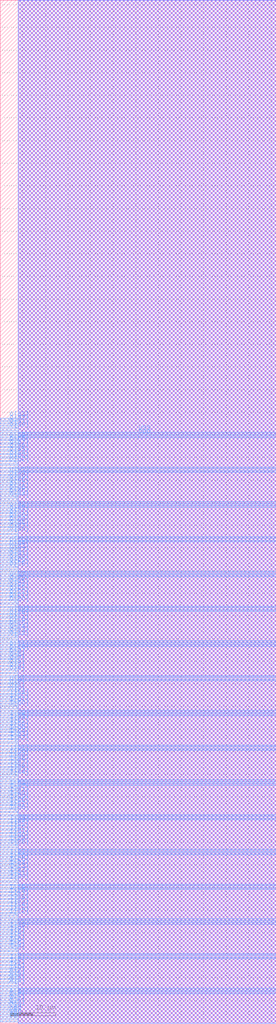
<source format=lef>
VERSION 5.6 ;
BUSBITCHARS "[]" ;
DIVIDERCHAR "/" ;

MACRO SRAM1RW256x64
  CLASS BLOCK ;
  ORIGIN 0 0 ;
  FOREIGN SRAM1RW256x64 0 0 ;
  SIZE 61.088 BY 226.048 ;
  SYMMETRY X Y ;
  SITE coreSite ;
  PIN VDD
    DIRECTION INOUT ;
    USE POWER ;
    PORT 
      LAYER M4 ;
        RECT 0.0 6.528 61.088 6.912 ;
        RECT 0.0 14.208 61.088 14.592 ;
        RECT 0.0 21.888 61.088 22.272 ;
        RECT 0.0 29.568 61.088 29.952 ;
        RECT 0.0 37.248 61.088 37.632 ;
        RECT 0.0 44.928 61.088 45.312 ;
        RECT 0.0 52.608 61.088 52.992 ;
        RECT 0.0 60.288 61.088 60.672 ;
        RECT 0.0 67.968 61.088 68.352 ;
        RECT 0.0 75.648 61.088 76.032 ;
        RECT 0.0 83.328 61.088 83.712 ;
        RECT 0.0 91.008 61.088 91.392 ;
        RECT 0.0 98.688 61.088 99.072 ;
        RECT 0.0 106.368 61.088 106.752 ;
        RECT 0.0 114.048 61.088 114.432 ;
        RECT 0.0 121.728 61.088 122.112 ;
        RECT 0.0 129.408 61.088 129.792 ;
    END 
  END VDD
  PIN VSS
    DIRECTION INOUT ;
    USE GROUND ;
    PORT 
      LAYER M4 ;
        RECT 0.0 7.296 61.088 7.68 ;
        RECT 0.0 14.976 61.088 15.36 ;
        RECT 0.0 22.656 61.088 23.04 ;
        RECT 0.0 30.336 61.088 30.72 ;
        RECT 0.0 38.016 61.088 38.4 ;
        RECT 0.0 45.696 61.088 46.08 ;
        RECT 0.0 53.376 61.088 53.76 ;
        RECT 0.0 61.056 61.088 61.44 ;
        RECT 0.0 68.736 61.088 69.12 ;
        RECT 0.0 76.416 61.088 76.8 ;
        RECT 0.0 84.096 61.088 84.48 ;
        RECT 0.0 91.776 61.088 92.16 ;
        RECT 0.0 99.456 61.088 99.84 ;
        RECT 0.0 107.136 61.088 107.52 ;
        RECT 0.0 114.816 61.088 115.2 ;
        RECT 0.0 122.496 61.088 122.88 ;
        RECT 0.0 130.176 61.088 130.56 ;
    END 
  END VSS
  PIN CE
    DIRECTION INPUT ;
    USE SIGNAL ;
    PORT 
      LAYER M4 ;
        RECT 0.0 0.384 4.0 0.768 ;
    END 
  END CE
  PIN WEB
    DIRECTION INPUT ;
    USE SIGNAL ;
    PORT 
      LAYER M4 ;
        RECT 0.0 1.152 4.0 1.536 ;
    END 
  END WEB
  PIN OEB
    DIRECTION INPUT ;
    USE SIGNAL ;
    PORT 
      LAYER M4 ;
        RECT 0.0 1.92 4.0 2.304 ;
    END 
  END OEB
  PIN CSB
    DIRECTION INPUT ;
    USE SIGNAL ;
    PORT 
      LAYER M4 ;
        RECT 0.0 2.688 4.0 3.072 ;
    END 
  END CSB
  PIN A[0]
    DIRECTION INPUT ;
    USE SIGNAL ;
    PORT 
      LAYER M4 ;
        RECT 0.0 3.456 4.0 3.84 ;
    END 
  END A[0]
  PIN A[1]
    DIRECTION INPUT ;
    USE SIGNAL ;
    PORT 
      LAYER M4 ;
        RECT 0.0 4.224 4.0 4.608 ;
    END 
  END A[1]
  PIN A[2]
    DIRECTION INPUT ;
    USE SIGNAL ;
    PORT 
      LAYER M4 ;
        RECT 0.0 4.992 4.0 5.376 ;
    END 
  END A[2]
  PIN A[3]
    DIRECTION INPUT ;
    USE SIGNAL ;
    PORT 
      LAYER M4 ;
        RECT 0.0 5.76 4.0 6.144 ;
    END 
  END A[3]
  PIN A[4]
    DIRECTION INPUT ;
    USE SIGNAL ;
    PORT 
      LAYER M4 ;
        RECT 0.0 8.064 4.0 8.448 ;
    END 
  END A[4]
  PIN A[5]
    DIRECTION INPUT ;
    USE SIGNAL ;
    PORT 
      LAYER M4 ;
        RECT 0.0 8.832 4.0 9.216 ;
    END 
  END A[5]
  PIN A[6]
    DIRECTION INPUT ;
    USE SIGNAL ;
    PORT 
      LAYER M4 ;
        RECT 0.0 9.6 4.0 9.984 ;
    END 
  END A[6]
  PIN A[7]
    DIRECTION INPUT ;
    USE SIGNAL ;
    PORT 
      LAYER M4 ;
        RECT 0.0 10.368 4.0 10.752 ;
    END 
  END A[7]
  PIN I[0]
    DIRECTION INPUT ;
    USE SIGNAL ;
    PORT 
      LAYER M4 ;
        RECT 0.0 11.136 4.0 11.52 ;
    END 
  END I[0]
  PIN I[1]
    DIRECTION INPUT ;
    USE SIGNAL ;
    PORT 
      LAYER M4 ;
        RECT 0.0 11.904 4.0 12.288 ;
    END 
  END I[1]
  PIN I[2]
    DIRECTION INPUT ;
    USE SIGNAL ;
    PORT 
      LAYER M4 ;
        RECT 0.0 12.672 4.0 13.056 ;
    END 
  END I[2]
  PIN I[3]
    DIRECTION INPUT ;
    USE SIGNAL ;
    PORT 
      LAYER M4 ;
        RECT 0.0 13.44 4.0 13.824 ;
    END 
  END I[3]
  PIN I[4]
    DIRECTION INPUT ;
    USE SIGNAL ;
    PORT 
      LAYER M4 ;
        RECT 0.0 15.744 4.0 16.128 ;
    END 
  END I[4]
  PIN I[5]
    DIRECTION INPUT ;
    USE SIGNAL ;
    PORT 
      LAYER M4 ;
        RECT 0.0 16.512 4.0 16.896 ;
    END 
  END I[5]
  PIN I[6]
    DIRECTION INPUT ;
    USE SIGNAL ;
    PORT 
      LAYER M4 ;
        RECT 0.0 17.28 4.0 17.664 ;
    END 
  END I[6]
  PIN I[7]
    DIRECTION INPUT ;
    USE SIGNAL ;
    PORT 
      LAYER M4 ;
        RECT 0.0 18.048 4.0 18.432 ;
    END 
  END I[7]
  PIN I[8]
    DIRECTION INPUT ;
    USE SIGNAL ;
    PORT 
      LAYER M4 ;
        RECT 0.0 18.816 4.0 19.2 ;
    END 
  END I[8]
  PIN I[9]
    DIRECTION INPUT ;
    USE SIGNAL ;
    PORT 
      LAYER M4 ;
        RECT 0.0 19.584 4.0 19.968 ;
    END 
  END I[9]
  PIN I[10]
    DIRECTION INPUT ;
    USE SIGNAL ;
    PORT 
      LAYER M4 ;
        RECT 0.0 20.352 4.0 20.736 ;
    END 
  END I[10]
  PIN I[11]
    DIRECTION INPUT ;
    USE SIGNAL ;
    PORT 
      LAYER M4 ;
        RECT 0.0 21.12 4.0 21.504 ;
    END 
  END I[11]
  PIN I[12]
    DIRECTION INPUT ;
    USE SIGNAL ;
    PORT 
      LAYER M4 ;
        RECT 0.0 23.424 4.0 23.808 ;
    END 
  END I[12]
  PIN I[13]
    DIRECTION INPUT ;
    USE SIGNAL ;
    PORT 
      LAYER M4 ;
        RECT 0.0 24.192 4.0 24.576 ;
    END 
  END I[13]
  PIN I[14]
    DIRECTION INPUT ;
    USE SIGNAL ;
    PORT 
      LAYER M4 ;
        RECT 0.0 24.96 4.0 25.344 ;
    END 
  END I[14]
  PIN I[15]
    DIRECTION INPUT ;
    USE SIGNAL ;
    PORT 
      LAYER M4 ;
        RECT 0.0 25.728 4.0 26.112 ;
    END 
  END I[15]
  PIN I[16]
    DIRECTION INPUT ;
    USE SIGNAL ;
    PORT 
      LAYER M4 ;
        RECT 0.0 26.496 4.0 26.88 ;
    END 
  END I[16]
  PIN I[17]
    DIRECTION INPUT ;
    USE SIGNAL ;
    PORT 
      LAYER M4 ;
        RECT 0.0 27.264 4.0 27.648 ;
    END 
  END I[17]
  PIN I[18]
    DIRECTION INPUT ;
    USE SIGNAL ;
    PORT 
      LAYER M4 ;
        RECT 0.0 28.032 4.0 28.416 ;
    END 
  END I[18]
  PIN I[19]
    DIRECTION INPUT ;
    USE SIGNAL ;
    PORT 
      LAYER M4 ;
        RECT 0.0 28.8 4.0 29.184 ;
    END 
  END I[19]
  PIN I[20]
    DIRECTION INPUT ;
    USE SIGNAL ;
    PORT 
      LAYER M4 ;
        RECT 0.0 31.104 4.0 31.488 ;
    END 
  END I[20]
  PIN I[21]
    DIRECTION INPUT ;
    USE SIGNAL ;
    PORT 
      LAYER M4 ;
        RECT 0.0 31.872 4.0 32.256 ;
    END 
  END I[21]
  PIN I[22]
    DIRECTION INPUT ;
    USE SIGNAL ;
    PORT 
      LAYER M4 ;
        RECT 0.0 32.64 4.0 33.024 ;
    END 
  END I[22]
  PIN I[23]
    DIRECTION INPUT ;
    USE SIGNAL ;
    PORT 
      LAYER M4 ;
        RECT 0.0 33.408 4.0 33.792 ;
    END 
  END I[23]
  PIN I[24]
    DIRECTION INPUT ;
    USE SIGNAL ;
    PORT 
      LAYER M4 ;
        RECT 0.0 34.176 4.0 34.56 ;
    END 
  END I[24]
  PIN I[25]
    DIRECTION INPUT ;
    USE SIGNAL ;
    PORT 
      LAYER M4 ;
        RECT 0.0 34.944 4.0 35.328 ;
    END 
  END I[25]
  PIN I[26]
    DIRECTION INPUT ;
    USE SIGNAL ;
    PORT 
      LAYER M4 ;
        RECT 0.0 35.712 4.0 36.096 ;
    END 
  END I[26]
  PIN I[27]
    DIRECTION INPUT ;
    USE SIGNAL ;
    PORT 
      LAYER M4 ;
        RECT 0.0 36.48 4.0 36.864 ;
    END 
  END I[27]
  PIN I[28]
    DIRECTION INPUT ;
    USE SIGNAL ;
    PORT 
      LAYER M4 ;
        RECT 0.0 38.784 4.0 39.168 ;
    END 
  END I[28]
  PIN I[29]
    DIRECTION INPUT ;
    USE SIGNAL ;
    PORT 
      LAYER M4 ;
        RECT 0.0 39.552 4.0 39.936 ;
    END 
  END I[29]
  PIN I[30]
    DIRECTION INPUT ;
    USE SIGNAL ;
    PORT 
      LAYER M4 ;
        RECT 0.0 40.32 4.0 40.704 ;
    END 
  END I[30]
  PIN I[31]
    DIRECTION INPUT ;
    USE SIGNAL ;
    PORT 
      LAYER M4 ;
        RECT 0.0 41.088 4.0 41.472 ;
    END 
  END I[31]
  PIN I[32]
    DIRECTION INPUT ;
    USE SIGNAL ;
    PORT 
      LAYER M4 ;
        RECT 0.0 41.856 4.0 42.24 ;
    END 
  END I[32]
  PIN I[33]
    DIRECTION INPUT ;
    USE SIGNAL ;
    PORT 
      LAYER M4 ;
        RECT 0.0 42.624 4.0 43.008 ;
    END 
  END I[33]
  PIN I[34]
    DIRECTION INPUT ;
    USE SIGNAL ;
    PORT 
      LAYER M4 ;
        RECT 0.0 43.392 4.0 43.776 ;
    END 
  END I[34]
  PIN I[35]
    DIRECTION INPUT ;
    USE SIGNAL ;
    PORT 
      LAYER M4 ;
        RECT 0.0 44.16 4.0 44.544 ;
    END 
  END I[35]
  PIN I[36]
    DIRECTION INPUT ;
    USE SIGNAL ;
    PORT 
      LAYER M4 ;
        RECT 0.0 46.464 4.0 46.848 ;
    END 
  END I[36]
  PIN I[37]
    DIRECTION INPUT ;
    USE SIGNAL ;
    PORT 
      LAYER M4 ;
        RECT 0.0 47.232 4.0 47.616 ;
    END 
  END I[37]
  PIN I[38]
    DIRECTION INPUT ;
    USE SIGNAL ;
    PORT 
      LAYER M4 ;
        RECT 0.0 48.0 4.0 48.384 ;
    END 
  END I[38]
  PIN I[39]
    DIRECTION INPUT ;
    USE SIGNAL ;
    PORT 
      LAYER M4 ;
        RECT 0.0 48.768 4.0 49.152 ;
    END 
  END I[39]
  PIN I[40]
    DIRECTION INPUT ;
    USE SIGNAL ;
    PORT 
      LAYER M4 ;
        RECT 0.0 49.536 4.0 49.92 ;
    END 
  END I[40]
  PIN I[41]
    DIRECTION INPUT ;
    USE SIGNAL ;
    PORT 
      LAYER M4 ;
        RECT 0.0 50.304 4.0 50.688 ;
    END 
  END I[41]
  PIN I[42]
    DIRECTION INPUT ;
    USE SIGNAL ;
    PORT 
      LAYER M4 ;
        RECT 0.0 51.072 4.0 51.456 ;
    END 
  END I[42]
  PIN I[43]
    DIRECTION INPUT ;
    USE SIGNAL ;
    PORT 
      LAYER M4 ;
        RECT 0.0 51.84 4.0 52.224 ;
    END 
  END I[43]
  PIN I[44]
    DIRECTION INPUT ;
    USE SIGNAL ;
    PORT 
      LAYER M4 ;
        RECT 0.0 54.144 4.0 54.528 ;
    END 
  END I[44]
  PIN I[45]
    DIRECTION INPUT ;
    USE SIGNAL ;
    PORT 
      LAYER M4 ;
        RECT 0.0 54.912 4.0 55.296 ;
    END 
  END I[45]
  PIN I[46]
    DIRECTION INPUT ;
    USE SIGNAL ;
    PORT 
      LAYER M4 ;
        RECT 0.0 55.68 4.0 56.064 ;
    END 
  END I[46]
  PIN I[47]
    DIRECTION INPUT ;
    USE SIGNAL ;
    PORT 
      LAYER M4 ;
        RECT 0.0 56.448 4.0 56.832 ;
    END 
  END I[47]
  PIN I[48]
    DIRECTION INPUT ;
    USE SIGNAL ;
    PORT 
      LAYER M4 ;
        RECT 0.0 57.216 4.0 57.6 ;
    END 
  END I[48]
  PIN I[49]
    DIRECTION INPUT ;
    USE SIGNAL ;
    PORT 
      LAYER M4 ;
        RECT 0.0 57.984 4.0 58.368 ;
    END 
  END I[49]
  PIN I[50]
    DIRECTION INPUT ;
    USE SIGNAL ;
    PORT 
      LAYER M4 ;
        RECT 0.0 58.752 4.0 59.136 ;
    END 
  END I[50]
  PIN I[51]
    DIRECTION INPUT ;
    USE SIGNAL ;
    PORT 
      LAYER M4 ;
        RECT 0.0 59.52 4.0 59.904 ;
    END 
  END I[51]
  PIN I[52]
    DIRECTION INPUT ;
    USE SIGNAL ;
    PORT 
      LAYER M4 ;
        RECT 0.0 61.824 4.0 62.208 ;
    END 
  END I[52]
  PIN I[53]
    DIRECTION INPUT ;
    USE SIGNAL ;
    PORT 
      LAYER M4 ;
        RECT 0.0 62.592 4.0 62.976 ;
    END 
  END I[53]
  PIN I[54]
    DIRECTION INPUT ;
    USE SIGNAL ;
    PORT 
      LAYER M4 ;
        RECT 0.0 63.36 4.0 63.744 ;
    END 
  END I[54]
  PIN I[55]
    DIRECTION INPUT ;
    USE SIGNAL ;
    PORT 
      LAYER M4 ;
        RECT 0.0 64.128 4.0 64.512 ;
    END 
  END I[55]
  PIN I[56]
    DIRECTION INPUT ;
    USE SIGNAL ;
    PORT 
      LAYER M4 ;
        RECT 0.0 64.896 4.0 65.28 ;
    END 
  END I[56]
  PIN I[57]
    DIRECTION INPUT ;
    USE SIGNAL ;
    PORT 
      LAYER M4 ;
        RECT 0.0 65.664 4.0 66.048 ;
    END 
  END I[57]
  PIN I[58]
    DIRECTION INPUT ;
    USE SIGNAL ;
    PORT 
      LAYER M4 ;
        RECT 0.0 66.432 4.0 66.816 ;
    END 
  END I[58]
  PIN I[59]
    DIRECTION INPUT ;
    USE SIGNAL ;
    PORT 
      LAYER M4 ;
        RECT 0.0 67.2 4.0 67.584 ;
    END 
  END I[59]
  PIN I[60]
    DIRECTION INPUT ;
    USE SIGNAL ;
    PORT 
      LAYER M4 ;
        RECT 0.0 69.504 4.0 69.888 ;
    END 
  END I[60]
  PIN I[61]
    DIRECTION INPUT ;
    USE SIGNAL ;
    PORT 
      LAYER M4 ;
        RECT 0.0 70.272 4.0 70.656 ;
    END 
  END I[61]
  PIN I[62]
    DIRECTION INPUT ;
    USE SIGNAL ;
    PORT 
      LAYER M4 ;
        RECT 0.0 71.04 4.0 71.424 ;
    END 
  END I[62]
  PIN I[63]
    DIRECTION INPUT ;
    USE SIGNAL ;
    PORT 
      LAYER M4 ;
        RECT 0.0 71.808 4.0 72.192 ;
    END 
  END I[63]
  PIN O[0]
    DIRECTION OUTPUT ;
    USE SIGNAL ;
    PORT 
      LAYER M4 ;
        RECT 0.0 72.576 4.0 72.96 ;
    END 
  END O[0]
  PIN O[1]
    DIRECTION OUTPUT ;
    USE SIGNAL ;
    PORT 
      LAYER M4 ;
        RECT 0.0 73.344 4.0 73.728 ;
    END 
  END O[1]
  PIN O[2]
    DIRECTION OUTPUT ;
    USE SIGNAL ;
    PORT 
      LAYER M4 ;
        RECT 0.0 74.112 4.0 74.496 ;
    END 
  END O[2]
  PIN O[3]
    DIRECTION OUTPUT ;
    USE SIGNAL ;
    PORT 
      LAYER M4 ;
        RECT 0.0 74.88 4.0 75.264 ;
    END 
  END O[3]
  PIN O[4]
    DIRECTION OUTPUT ;
    USE SIGNAL ;
    PORT 
      LAYER M4 ;
        RECT 0.0 77.184 4.0 77.568 ;
    END 
  END O[4]
  PIN O[5]
    DIRECTION OUTPUT ;
    USE SIGNAL ;
    PORT 
      LAYER M4 ;
        RECT 0.0 77.952 4.0 78.336 ;
    END 
  END O[5]
  PIN O[6]
    DIRECTION OUTPUT ;
    USE SIGNAL ;
    PORT 
      LAYER M4 ;
        RECT 0.0 78.72 4.0 79.104 ;
    END 
  END O[6]
  PIN O[7]
    DIRECTION OUTPUT ;
    USE SIGNAL ;
    PORT 
      LAYER M4 ;
        RECT 0.0 79.488 4.0 79.872 ;
    END 
  END O[7]
  PIN O[8]
    DIRECTION OUTPUT ;
    USE SIGNAL ;
    PORT 
      LAYER M4 ;
        RECT 0.0 80.256 4.0 80.64 ;
    END 
  END O[8]
  PIN O[9]
    DIRECTION OUTPUT ;
    USE SIGNAL ;
    PORT 
      LAYER M4 ;
        RECT 0.0 81.024 4.0 81.408 ;
    END 
  END O[9]
  PIN O[10]
    DIRECTION OUTPUT ;
    USE SIGNAL ;
    PORT 
      LAYER M4 ;
        RECT 0.0 81.792 4.0 82.176 ;
    END 
  END O[10]
  PIN O[11]
    DIRECTION OUTPUT ;
    USE SIGNAL ;
    PORT 
      LAYER M4 ;
        RECT 0.0 82.56 4.0 82.944 ;
    END 
  END O[11]
  PIN O[12]
    DIRECTION OUTPUT ;
    USE SIGNAL ;
    PORT 
      LAYER M4 ;
        RECT 0.0 84.864 4.0 85.248 ;
    END 
  END O[12]
  PIN O[13]
    DIRECTION OUTPUT ;
    USE SIGNAL ;
    PORT 
      LAYER M4 ;
        RECT 0.0 85.632 4.0 86.016 ;
    END 
  END O[13]
  PIN O[14]
    DIRECTION OUTPUT ;
    USE SIGNAL ;
    PORT 
      LAYER M4 ;
        RECT 0.0 86.4 4.0 86.784 ;
    END 
  END O[14]
  PIN O[15]
    DIRECTION OUTPUT ;
    USE SIGNAL ;
    PORT 
      LAYER M4 ;
        RECT 0.0 87.168 4.0 87.552 ;
    END 
  END O[15]
  PIN O[16]
    DIRECTION OUTPUT ;
    USE SIGNAL ;
    PORT 
      LAYER M4 ;
        RECT 0.0 87.936 4.0 88.32 ;
    END 
  END O[16]
  PIN O[17]
    DIRECTION OUTPUT ;
    USE SIGNAL ;
    PORT 
      LAYER M4 ;
        RECT 0.0 88.704 4.0 89.088 ;
    END 
  END O[17]
  PIN O[18]
    DIRECTION OUTPUT ;
    USE SIGNAL ;
    PORT 
      LAYER M4 ;
        RECT 0.0 89.472 4.0 89.856 ;
    END 
  END O[18]
  PIN O[19]
    DIRECTION OUTPUT ;
    USE SIGNAL ;
    PORT 
      LAYER M4 ;
        RECT 0.0 90.24 4.0 90.624 ;
    END 
  END O[19]
  PIN O[20]
    DIRECTION OUTPUT ;
    USE SIGNAL ;
    PORT 
      LAYER M4 ;
        RECT 0.0 92.544 4.0 92.928 ;
    END 
  END O[20]
  PIN O[21]
    DIRECTION OUTPUT ;
    USE SIGNAL ;
    PORT 
      LAYER M4 ;
        RECT 0.0 93.312 4.0 93.696 ;
    END 
  END O[21]
  PIN O[22]
    DIRECTION OUTPUT ;
    USE SIGNAL ;
    PORT 
      LAYER M4 ;
        RECT 0.0 94.08 4.0 94.464 ;
    END 
  END O[22]
  PIN O[23]
    DIRECTION OUTPUT ;
    USE SIGNAL ;
    PORT 
      LAYER M4 ;
        RECT 0.0 94.848 4.0 95.232 ;
    END 
  END O[23]
  PIN O[24]
    DIRECTION OUTPUT ;
    USE SIGNAL ;
    PORT 
      LAYER M4 ;
        RECT 0.0 95.616 4.0 96.0 ;
    END 
  END O[24]
  PIN O[25]
    DIRECTION OUTPUT ;
    USE SIGNAL ;
    PORT 
      LAYER M4 ;
        RECT 0.0 96.384 4.0 96.768 ;
    END 
  END O[25]
  PIN O[26]
    DIRECTION OUTPUT ;
    USE SIGNAL ;
    PORT 
      LAYER M4 ;
        RECT 0.0 97.152 4.0 97.536 ;
    END 
  END O[26]
  PIN O[27]
    DIRECTION OUTPUT ;
    USE SIGNAL ;
    PORT 
      LAYER M4 ;
        RECT 0.0 97.92 4.0 98.304 ;
    END 
  END O[27]
  PIN O[28]
    DIRECTION OUTPUT ;
    USE SIGNAL ;
    PORT 
      LAYER M4 ;
        RECT 0.0 100.224 4.0 100.608 ;
    END 
  END O[28]
  PIN O[29]
    DIRECTION OUTPUT ;
    USE SIGNAL ;
    PORT 
      LAYER M4 ;
        RECT 0.0 100.992 4.0 101.376 ;
    END 
  END O[29]
  PIN O[30]
    DIRECTION OUTPUT ;
    USE SIGNAL ;
    PORT 
      LAYER M4 ;
        RECT 0.0 101.76 4.0 102.144 ;
    END 
  END O[30]
  PIN O[31]
    DIRECTION OUTPUT ;
    USE SIGNAL ;
    PORT 
      LAYER M4 ;
        RECT 0.0 102.528 4.0 102.912 ;
    END 
  END O[31]
  PIN O[32]
    DIRECTION OUTPUT ;
    USE SIGNAL ;
    PORT 
      LAYER M4 ;
        RECT 0.0 103.296 4.0 103.68 ;
    END 
  END O[32]
  PIN O[33]
    DIRECTION OUTPUT ;
    USE SIGNAL ;
    PORT 
      LAYER M4 ;
        RECT 0.0 104.064 4.0 104.448 ;
    END 
  END O[33]
  PIN O[34]
    DIRECTION OUTPUT ;
    USE SIGNAL ;
    PORT 
      LAYER M4 ;
        RECT 0.0 104.832 4.0 105.216 ;
    END 
  END O[34]
  PIN O[35]
    DIRECTION OUTPUT ;
    USE SIGNAL ;
    PORT 
      LAYER M4 ;
        RECT 0.0 105.6 4.0 105.984 ;
    END 
  END O[35]
  PIN O[36]
    DIRECTION OUTPUT ;
    USE SIGNAL ;
    PORT 
      LAYER M4 ;
        RECT 0.0 107.904 4.0 108.288 ;
    END 
  END O[36]
  PIN O[37]
    DIRECTION OUTPUT ;
    USE SIGNAL ;
    PORT 
      LAYER M4 ;
        RECT 0.0 108.672 4.0 109.056 ;
    END 
  END O[37]
  PIN O[38]
    DIRECTION OUTPUT ;
    USE SIGNAL ;
    PORT 
      LAYER M4 ;
        RECT 0.0 109.44 4.0 109.824 ;
    END 
  END O[38]
  PIN O[39]
    DIRECTION OUTPUT ;
    USE SIGNAL ;
    PORT 
      LAYER M4 ;
        RECT 0.0 110.208 4.0 110.592 ;
    END 
  END O[39]
  PIN O[40]
    DIRECTION OUTPUT ;
    USE SIGNAL ;
    PORT 
      LAYER M4 ;
        RECT 0.0 110.976 4.0 111.36 ;
    END 
  END O[40]
  PIN O[41]
    DIRECTION OUTPUT ;
    USE SIGNAL ;
    PORT 
      LAYER M4 ;
        RECT 0.0 111.744 4.0 112.128 ;
    END 
  END O[41]
  PIN O[42]
    DIRECTION OUTPUT ;
    USE SIGNAL ;
    PORT 
      LAYER M4 ;
        RECT 0.0 112.512 4.0 112.896 ;
    END 
  END O[42]
  PIN O[43]
    DIRECTION OUTPUT ;
    USE SIGNAL ;
    PORT 
      LAYER M4 ;
        RECT 0.0 113.28 4.0 113.664 ;
    END 
  END O[43]
  PIN O[44]
    DIRECTION OUTPUT ;
    USE SIGNAL ;
    PORT 
      LAYER M4 ;
        RECT 0.0 115.584 4.0 115.968 ;
    END 
  END O[44]
  PIN O[45]
    DIRECTION OUTPUT ;
    USE SIGNAL ;
    PORT 
      LAYER M4 ;
        RECT 0.0 116.352 4.0 116.736 ;
    END 
  END O[45]
  PIN O[46]
    DIRECTION OUTPUT ;
    USE SIGNAL ;
    PORT 
      LAYER M4 ;
        RECT 0.0 117.12 4.0 117.504 ;
    END 
  END O[46]
  PIN O[47]
    DIRECTION OUTPUT ;
    USE SIGNAL ;
    PORT 
      LAYER M4 ;
        RECT 0.0 117.888 4.0 118.272 ;
    END 
  END O[47]
  PIN O[48]
    DIRECTION OUTPUT ;
    USE SIGNAL ;
    PORT 
      LAYER M4 ;
        RECT 0.0 118.656 4.0 119.04 ;
    END 
  END O[48]
  PIN O[49]
    DIRECTION OUTPUT ;
    USE SIGNAL ;
    PORT 
      LAYER M4 ;
        RECT 0.0 119.424 4.0 119.808 ;
    END 
  END O[49]
  PIN O[50]
    DIRECTION OUTPUT ;
    USE SIGNAL ;
    PORT 
      LAYER M4 ;
        RECT 0.0 120.192 4.0 120.576 ;
    END 
  END O[50]
  PIN O[51]
    DIRECTION OUTPUT ;
    USE SIGNAL ;
    PORT 
      LAYER M4 ;
        RECT 0.0 120.96 4.0 121.344 ;
    END 
  END O[51]
  PIN O[52]
    DIRECTION OUTPUT ;
    USE SIGNAL ;
    PORT 
      LAYER M4 ;
        RECT 0.0 123.264 4.0 123.648 ;
    END 
  END O[52]
  PIN O[53]
    DIRECTION OUTPUT ;
    USE SIGNAL ;
    PORT 
      LAYER M4 ;
        RECT 0.0 124.032 4.0 124.416 ;
    END 
  END O[53]
  PIN O[54]
    DIRECTION OUTPUT ;
    USE SIGNAL ;
    PORT 
      LAYER M4 ;
        RECT 0.0 124.8 4.0 125.184 ;
    END 
  END O[54]
  PIN O[55]
    DIRECTION OUTPUT ;
    USE SIGNAL ;
    PORT 
      LAYER M4 ;
        RECT 0.0 125.568 4.0 125.952 ;
    END 
  END O[55]
  PIN O[56]
    DIRECTION OUTPUT ;
    USE SIGNAL ;
    PORT 
      LAYER M4 ;
        RECT 0.0 126.336 4.0 126.72 ;
    END 
  END O[56]
  PIN O[57]
    DIRECTION OUTPUT ;
    USE SIGNAL ;
    PORT 
      LAYER M4 ;
        RECT 0.0 127.104 4.0 127.488 ;
    END 
  END O[57]
  PIN O[58]
    DIRECTION OUTPUT ;
    USE SIGNAL ;
    PORT 
      LAYER M4 ;
        RECT 0.0 127.872 4.0 128.256 ;
    END 
  END O[58]
  PIN O[59]
    DIRECTION OUTPUT ;
    USE SIGNAL ;
    PORT 
      LAYER M4 ;
        RECT 0.0 128.64 4.0 129.024 ;
    END 
  END O[59]
  PIN O[60]
    DIRECTION OUTPUT ;
    USE SIGNAL ;
    PORT 
      LAYER M4 ;
        RECT 0.0 130.944 4.0 131.328 ;
    END 
  END O[60]
  PIN O[61]
    DIRECTION OUTPUT ;
    USE SIGNAL ;
    PORT 
      LAYER M4 ;
        RECT 0.0 131.712 4.0 132.096 ;
    END 
  END O[61]
  PIN O[62]
    DIRECTION OUTPUT ;
    USE SIGNAL ;
    PORT 
      LAYER M4 ;
        RECT 0.0 132.48 4.0 132.864 ;
    END 
  END O[62]
  PIN O[63]
    DIRECTION OUTPUT ;
    USE SIGNAL ;
    PORT 
      LAYER M4 ;
        RECT 0.0 133.248 4.0 133.632 ;
    END 
  END O[63]
  OBS 
    LAYER M1 ;
      RECT 4.0 0.0 61.088 226.048 ;
    LAYER M2 ;
      RECT 4.0 0.0 61.088 226.048 ;
    LAYER M3 ;
      RECT 4.0 0.0 61.088 226.048 ;
  END 
END SRAM1RW256x64

END LIBRARY
</source>
